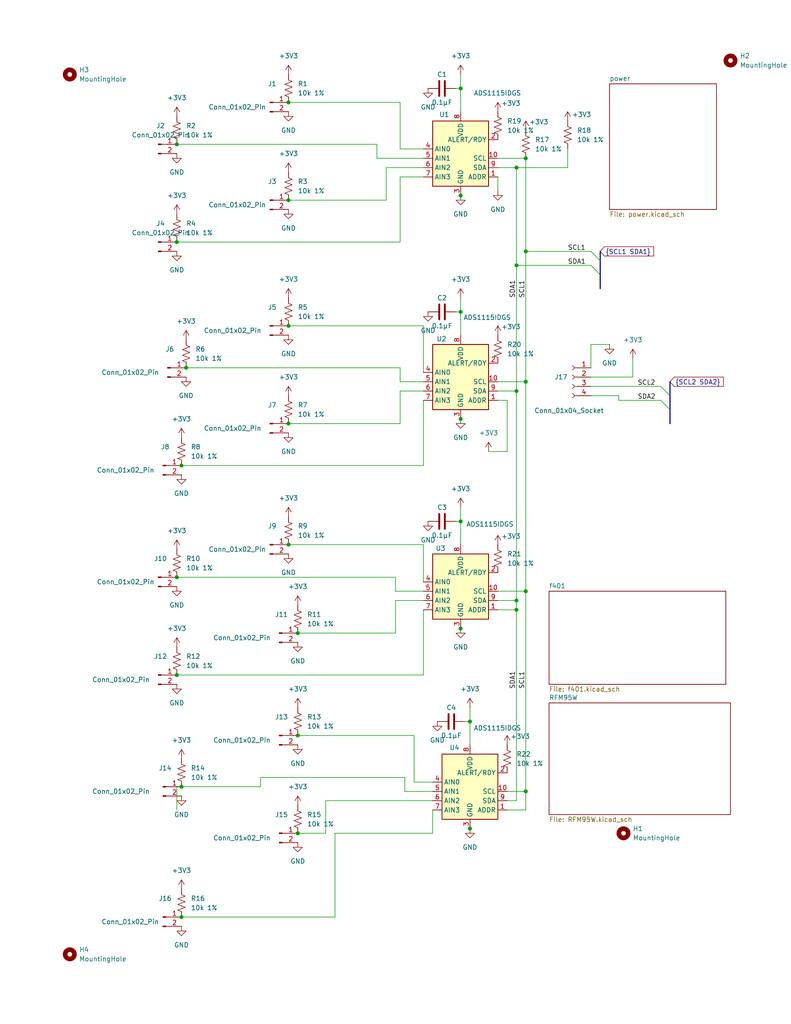
<source format=kicad_sch>
(kicad_sch (version 20231120) (generator "eeschema") (generator_version "8.0")
  (paper "A" portrait)
  (title_block (title "ADCs for 10K thermistors") (date "2025-01-07") (rev "v0.1.1"))
  (lib_symbols
    (symbol "ProjectLib:ADS1115IDGS"
      (property "Reference" "U" (at 2.54 13.97 0))
      (property "Value" "ADS1115IDGS" (at 7.62 11.43 0))
      (symbol "ADS1115IDGS_0_1"
        (rectangle (start -7.62 10.16) (end 7.62 -7.62) (stroke (width 0.254)) (fill (type background)))
      )
      (symbol "ADS1115IDGS_1_1"
        (pin input line (at 10.16 -5.08 180) (length 2.54) (name "ADDR") (number "1"))
        (pin input line (at 10.16 0 180) (length 2.54) (name "SCL") (number "10"))
        (pin output line (at 10.16 5.08 180) (length 2.54) (name "ALERT/RDY") (number "2"))
        (pin power_in line (at 0 -10.16 90) (length 2.54) (name "GND") (number "3"))
        (pin input line (at -10.16 2.54 0) (length 2.54) (name "AIN0") (number "4"))
        (pin input line (at -10.16 0 0) (length 2.54) (name "AIN1") (number "5"))
        (pin input line (at -10.16 -2.54 0) (length 2.54) (name "AIN2") (number "6"))
        (pin input line (at -10.16 -5.08 0) (length 2.54) (name "AIN3") (number "7"))
        (pin power_in line (at 0 12.7 270) (length 2.54) (name "VDD") (number "8"))
        (pin bidirectional line (at 10.16 -2.54 180) (length 2.54) (name "SDA") (number "9"))
      )
    )
    (symbol "ProjectLib:C" (pin_numbers hide) (pin_names (offset 0.254))
      (property "Reference" "C" (at 0.635 2.54 0))
      (property "Value" "C" (at 0.635 -2.54 0))
      (symbol "C_0_1"
        (polyline (pts (xy -2.032 -0.762) (xy 2.032 -0.762)) (stroke (width 0.508)))
        (polyline (pts (xy -2.032 0.762) (xy 2.032 0.762)) (stroke (width 0.508)))
      )
      (symbol "C_1_1"
        (pin passive line (at 0 3.81 270) (length 2.794) (name "~") (number "1"))
        (pin passive line (at 0 -3.81 90) (length 2.794) (name "~") (number "2"))
      )
    )
    (symbol "ProjectLib:Conn_01x02_Pin" (pin_names (offset 1.016) hide)
      (property "Reference" "J" (at 0 2.54 0))
      (property "Value" "Conn_01x02_Pin" (at 0 -5.08 0))
      (symbol "Conn_01x02_Pin_1_1"
        (polyline (pts (xy 1.27 -2.54) (xy 0.8636 -2.54)) (stroke (width 0.1524)))
        (polyline (pts (xy 1.27 0) (xy 0.8636 0)) (stroke (width 0.1524)))
        (rectangle (start 0.8636 -2.413) (end 0 -2.667) (stroke (width 0.1524)) (fill (type outline)))
        (rectangle (start 0.8636 0.127) (end 0 -0.127) (stroke (width 0.1524)) (fill (type outline)))
        (pin passive line (at 5.08 0 180) (length 3.81) (name "Pin_1") (number "1"))
        (pin passive line (at 5.08 -2.54 180) (length 3.81) (name "Pin_2") (number "2"))
      )
    )
    (symbol "ProjectLib:Conn_01x04_Socket" (pin_names (offset 1.016) hide)
      (property "Reference" "J" (at 0 5.08 0))
      (property "Value" "Conn_01x04_Socket" (at 0 -7.62 0))
      (symbol "Conn_01x04_Socket_1_1"
        (arc (start 0 -4.572) (mid -0.5058 -5.08) (end 0 -5.588) (stroke (width 0.1524)))
        (arc (start 0 -2.032) (mid -0.5058 -2.54) (end 0 -3.048) (stroke (width 0.1524)))
        (polyline (pts (xy -1.27 -5.08) (xy -0.508 -5.08)) (stroke (width 0.1524)))
        (polyline (pts (xy -1.27 -2.54) (xy -0.508 -2.54)) (stroke (width 0.1524)))
        (polyline (pts (xy -1.27 0) (xy -0.508 0)) (stroke (width 0.1524)))
        (polyline (pts (xy -1.27 2.54) (xy -0.508 2.54)) (stroke (width 0.1524)))
        (arc (start 0 0.508) (mid -0.5058 0) (end 0 -0.508) (stroke (width 0.1524)))
        (arc (start 0 3.048) (mid -0.5058 2.54) (end 0 2.032) (stroke (width 0.1524)))
        (pin passive line (at -5.08 2.54 0) (length 3.81) (name "Pin_1") (number "1"))
        (pin passive line (at -5.08 0 0) (length 3.81) (name "Pin_2") (number "2"))
        (pin passive line (at -5.08 -2.54 0) (length 3.81) (name "Pin_3") (number "3"))
        (pin passive line (at -5.08 -5.08 0) (length 3.81) (name "Pin_4") (number "4"))
      )
    )
    (symbol "ProjectLib:MountingHole" (pin_names (offset 1.016))
      (property "Reference" "H" (at 0 5.08 0))
      (property "Value" "MountingHole" (at 0 3.175 0))
      (symbol "MountingHole_0_1"
        (circle (center 0 0) (radius 1.27) (stroke (width 1.27)))
      )
    )
    (symbol "ProjectLib:R_US" (pin_numbers hide) (pin_names (offset 0))
      (property "Reference" "R" (at 2.54 0 90))
      (property "Value" "R_US" (at -2.54 0 90))
      (symbol "R_US_0_1"
        (polyline (pts (xy 0 -2.286) (xy 0 -2.54)))
        (polyline (pts (xy 0 2.286) (xy 0 2.54)))
        (polyline (pts (xy 0 -0.762) (xy 1.016 -1.143) (xy 0 -1.524) (xy -1.016 -1.905) (xy 0 -2.286)))
        (polyline (pts (xy 0 0.762) (xy 1.016 0.381) (xy 0 0) (xy -1.016 -0.381) (xy 0 -0.762)))
        (polyline (pts (xy 0 2.286) (xy 1.016 1.905) (xy 0 1.524) (xy -1.016 1.143) (xy 0 0.762)))
      )
      (symbol "R_US_1_1"
        (pin passive line (at 0 3.81 270) (length 1.27) (name "~") (number "1"))
        (pin passive line (at 0 -3.81 90) (length 1.27) (name "~") (number "2"))
      )
    )
    (symbol "power:+3V3" (power) (pin_numbers hide) (pin_names (offset 0) hide)
      (property "Value" "+3V3" (at 0 3.556 0))
      (symbol "+3V3_0_1"
        (polyline (pts (xy -0.762 1.27) (xy 0 2.54)))
        (polyline (pts (xy 0 0) (xy 0 2.54)))
        (polyline (pts (xy 0 2.54) (xy 0.762 1.27)))
      )
      (symbol "+3V3_1_1"
        (pin power_in line (at 0 0 90) (length 0) (name "~") (number "1"))
      )
    )
    (symbol "power:GND" (power) (pin_numbers hide) (pin_names (offset 0) hide)
      (property "Value" "GND" (at 0 -3.81 0))
      (symbol "GND_0_1"
        (polyline (pts (xy 0 0) (xy 0 -1.27) (xy 1.27 -1.27) (xy 0 -2.54) (xy -1.27 -1.27) (xy 0 -1.27)))
      )
      (symbol "GND_1_1"
        (pin power_in line (at 0 0 270) (length 0) (name "~") (number "1"))
      )
    )
  )
  (junction (at 50.8 100.33))
  (junction (at 143.51 215.9))
  (junction (at 49.53 127))
  (junction (at 81.28 200.66))
  (junction (at 78.74 88.9))
  (junction (at 140.97 166.37))
  (junction (at 140.97 45.72))
  (junction (at 128.27 196.85))
  (junction (at 48.26 66.04))
  (junction (at 125.73 171.45))
  (junction (at 125.73 142.24))
  (junction (at 143.51 104.14))
  (junction (at 125.73 114.3))
  (junction (at 140.97 163.83))
  (junction (at 125.73 24.13))
  (junction (at 81.28 172.72))
  (junction (at 128.27 226.06))
  (junction (at 78.74 115.57))
  (junction (at 143.51 43.18))
  (junction (at 143.51 161.29))
  (junction (at 78.74 54.61))
  (junction (at 78.74 148.59))
  (junction (at 49.53 214.63))
  (junction (at 125.73 53.34))
  (junction (at 81.28 227.33))
  (junction (at 48.26 184.15))
  (junction (at 125.73 85.09))
  (junction (at 143.51 68.58))
  (junction (at 49.53 250.19))
  (junction (at 140.97 72.39))
  (junction (at 78.74 27.94))
  (junction (at 48.26 157.48))
  (junction (at 48.26 39.37))
  (junction (at 140.97 106.68))
  (bus_entry (at 182.88 107.95) (size -2.54 -2.54))
  (bus_entry (at 163.83 71.12) (size -2.54 -2.54))
  (bus_entry (at 182.88 111.76) (size -2.54 -2.54))
  (bus_entry (at 163.83 74.93) (size -2.54 -2.54))
  (wire (pts (xy 140.97 72.39) (xy 140.97 106.68)))
  (wire (pts (xy 161.29 105.41) (xy 180.34 105.41)))
  (wire (pts (xy 91.44 227.33) (xy 118.11 227.33)))
  (wire (pts (xy 125.73 138.43) (xy 125.73 142.24)))
  (wire (pts (xy 102.87 43.18) (xy 115.57 43.18)))
  (wire (pts (xy 115.57 184.15) (xy 115.57 166.37)))
  (wire (pts (xy 71.12 214.63) (xy 71.12 212.09)))
  (wire (pts (xy 88.9 227.33) (xy 88.9 218.44)))
  (wire (pts (xy 125.73 24.13) (xy 124.46 24.13)))
  (wire (pts (xy 48.26 214.63) (xy 48.26 220.98)))
  (wire (pts (xy 140.97 163.83) (xy 135.89 163.83)))
  (wire (pts (xy 125.73 20.32) (xy 125.73 24.13)))
  (wire (pts (xy 125.73 24.13) (xy 125.73 30.48)))
  (wire (pts (xy 135.89 45.72) (xy 140.97 45.72)))
  (wire (pts (xy 48.26 184.15) (xy 115.57 184.15)))
  (wire (pts (xy 143.51 68.58) (xy 143.51 104.14)))
  (wire (pts (xy 140.97 166.37) (xy 140.97 218.44)))
  (wire (pts (xy 109.22 48.26) (xy 115.57 48.26)))
  (wire (pts (xy 125.73 115.57) (xy 125.73 114.3)))
  (wire (pts (xy 143.51 104.14) (xy 143.51 161.29)))
  (wire (pts (xy 48.26 39.37) (xy 102.87 39.37)))
  (wire (pts (xy 78.74 54.61) (xy 105.41 54.61)))
  (wire (pts (xy 125.73 172.72) (xy 125.73 171.45)))
  (wire (pts (xy 161.29 93.98) (xy 166.37 93.98)))
  (wire (pts (xy 78.74 115.57) (xy 109.22 115.57)))
  (wire (pts (xy 48.26 66.04) (xy 109.22 66.04)))
  (wire (pts (xy 102.87 43.18) (xy 102.87 39.37)))
  (wire (pts (xy 125.73 142.24) (xy 125.73 148.59)))
  (wire (pts (xy 135.89 109.22) (xy 138.43 109.22)))
  (wire (pts (xy 105.41 54.61) (xy 105.41 45.72)))
  (wire (pts (xy 49.53 250.19) (xy 91.44 250.19)))
  (wire (pts (xy 133.35 123.19) (xy 138.43 123.19)))
  (wire (pts (xy 48.26 214.63) (xy 49.53 214.63)))
  (wire (pts (xy 140.97 218.44) (xy 138.43 218.44)))
  (wire (pts (xy 143.51 215.9) (xy 143.51 220.98)))
  (wire (pts (xy 140.97 106.68) (xy 140.97 163.83)))
  (bus (pts (xy 182.88 104.14) (xy 182.88 107.95)))
  (wire (pts (xy 109.22 40.64) (xy 115.57 40.64)))
  (bus (pts (xy 163.83 68.58) (xy 163.83 71.12)))
  (wire (pts (xy 107.95 157.48) (xy 107.95 161.29)))
  (wire (pts (xy 143.51 161.29) (xy 135.89 161.29)))
  (wire (pts (xy 91.44 250.19) (xy 91.44 227.33)))
  (wire (pts (xy 143.51 68.58) (xy 161.29 68.58)))
  (wire (pts (xy 109.22 106.68) (xy 115.57 106.68)))
  (wire (pts (xy 143.51 43.18) (xy 143.51 68.58)))
  (wire (pts (xy 154.94 40.64) (xy 154.94 45.72)))
  (wire (pts (xy 140.97 72.39) (xy 161.29 72.39)))
  (wire (pts (xy 168.91 107.95) (xy 168.91 109.22)))
  (wire (pts (xy 71.12 212.09) (xy 110.49 212.09)))
  (wire (pts (xy 105.41 45.72) (xy 115.57 45.72)))
  (wire (pts (xy 118.11 213.36) (xy 113.03 213.36)))
  (wire (pts (xy 135.89 43.18) (xy 143.51 43.18)))
  (wire (pts (xy 140.97 106.68) (xy 135.89 106.68)))
  (wire (pts (xy 115.57 109.22) (xy 115.57 127)))
  (wire (pts (xy 81.28 200.66) (xy 113.03 200.66)))
  (bus (pts (xy 163.83 74.93) (xy 163.83 78.74)))
  (wire (pts (xy 168.91 109.22) (xy 180.34 109.22)))
  (wire (pts (xy 78.74 148.59) (xy 115.57 148.59)))
  (wire (pts (xy 135.89 166.37) (xy 140.97 166.37)))
  (wire (pts (xy 49.53 127) (xy 115.57 127)))
  (wire (pts (xy 125.73 85.09) (xy 124.46 85.09)))
  (wire (pts (xy 125.73 85.09) (xy 125.73 91.44)))
  (wire (pts (xy 128.27 193.04) (xy 128.27 196.85)))
  (wire (pts (xy 161.29 102.87) (xy 172.72 102.87)))
  (wire (pts (xy 161.29 107.95) (xy 168.91 107.95)))
  (wire (pts (xy 110.49 212.09) (xy 110.49 215.9)))
  (wire (pts (xy 125.73 81.28) (xy 125.73 85.09)))
  (wire (pts (xy 115.57 148.59) (xy 115.57 158.75)))
  (wire (pts (xy 113.03 213.36) (xy 113.03 200.66)))
  (wire (pts (xy 172.72 97.79) (xy 172.72 102.87)))
  (wire (pts (xy 88.9 218.44) (xy 118.11 218.44)))
  (wire (pts (xy 140.97 45.72) (xy 140.97 72.39)))
  (wire (pts (xy 109.22 100.33) (xy 109.22 104.14)))
  (wire (pts (xy 128.27 227.33) (xy 128.27 226.06)))
  (wire (pts (xy 109.22 27.94) (xy 109.22 40.64)))
  (wire (pts (xy 154.94 45.72) (xy 140.97 45.72)))
  (wire (pts (xy 107.95 163.83) (xy 115.57 163.83)))
  (wire (pts (xy 128.27 196.85) (xy 127 196.85)))
  (bus (pts (xy 163.83 71.12) (xy 163.83 74.93)))
  (wire (pts (xy 135.89 48.26) (xy 135.89 52.07)))
  (wire (pts (xy 109.22 104.14) (xy 115.57 104.14)))
  (wire (pts (xy 140.97 163.83) (xy 140.97 166.37)))
  (wire (pts (xy 49.53 214.63) (xy 71.12 214.63)))
  (wire (pts (xy 81.28 227.33) (xy 88.9 227.33)))
  (wire (pts (xy 107.95 172.72) (xy 107.95 163.83)))
  (wire (pts (xy 115.57 101.6) (xy 115.57 88.9)))
  (wire (pts (xy 78.74 27.94) (xy 109.22 27.94)))
  (wire (pts (xy 143.51 161.29) (xy 143.51 215.9)))
  (wire (pts (xy 109.22 66.04) (xy 109.22 48.26)))
  (wire (pts (xy 125.73 54.61) (xy 125.73 53.34)))
  (wire (pts (xy 138.43 109.22) (xy 138.43 123.19)))
  (wire (pts (xy 48.26 157.48) (xy 107.95 157.48)))
  (wire (pts (xy 118.11 227.33) (xy 118.11 220.98)))
  (wire (pts (xy 143.51 220.98) (xy 138.43 220.98)))
  (wire (pts (xy 128.27 196.85) (xy 128.27 203.2)))
  (wire (pts (xy 109.22 115.57) (xy 109.22 106.68)))
  (wire (pts (xy 81.28 172.72) (xy 107.95 172.72)))
  (wire (pts (xy 125.73 142.24) (xy 124.46 142.24)))
  (wire (pts (xy 50.8 100.33) (xy 109.22 100.33)))
  (bus (pts (xy 182.88 111.76) (xy 182.88 115.57)))
  (bus (pts (xy 182.88 107.95) (xy 182.88 111.76)))
  (wire (pts (xy 143.51 104.14) (xy 135.89 104.14)))
  (wire (pts (xy 78.74 88.9) (xy 115.57 88.9)))
  (wire (pts (xy 110.49 215.9) (xy 118.11 215.9)))
  (wire (pts (xy 138.43 215.9) (xy 143.51 215.9)))
  (wire (pts (xy 161.29 100.33) (xy 161.29 93.98)))
  (wire (pts (xy 107.95 161.29) (xy 115.57 161.29)))
  (label "SCL1" (at 143.51 187.96 90))
  (label "SCL2" (at 173.99 105.41 0))
  (label "SDA1" (at 140.97 187.96 90))
  (label "SDA2" (at 173.99 109.22 0))
  (label "SCL1" (at 154.94 68.58 0))
  (label "SDA1" (at 154.94 72.39 0))
  (label "SCL1" (at 143.51 81.28 90))
  (label "SDA1" (at 140.97 81.28 90))
  (global_label "{SCL1 SDA1}" (shape input) (at 163.83 68.58 0) (property "Intersheetrefs" "${INTERSHEET_REFS}" (effects (hide yes))))
  (global_label "{SCL2 SDA2}" (shape input) (at 182.88 104.14 0) (property "Intersheetrefs" "${INTERSHEET_REFS}" (effects (hide yes))))
  (symbol (lib_id "power:GND") (at 48.26 68.58 0) (unit 1)
    (property "Reference" "#PWR010" (effects (hide yes)))
    (property "Value" "GND" (at 48.26 73.66 0))
    (property "Description" "Power symbol creates a global label with name \"GND\" , ground" (effects (hide yes)))
  )
  (symbol (lib_id "ProjectLib:C") (at 120.65 85.09 270) (mirror x) (unit 1)
    (property "Reference" "C2" (at 120.65 81.28 90))
    (property "Value" "0.1µF" (at 120.65 88.9 90))
    (property "Footprint" "ProjectLib:C_0805_2012Metric" (effects (hide yes)))
    (property "Description" "Unpolarized capacitor" (effects (hide yes)))
    (property "MountType" "SMT" (effects (hide yes)))
  )
  (symbol (lib_id "ProjectLib:Conn_01x02_Pin") (at 76.2 227.33 0) (unit 1)
    (property "Reference" "J15" (at 76.835 222.25 0))
    (property "Value" "Conn_01x02_Pin" (at 66.04 228.6 0))
    (property "Footprint" "ProjectLib:JST_XH_B2B-XH-A_1x02_P2.50mm_Vertical" (effects (hide yes)))
    (property "Description" "Generic connector, single row, 01x02, script generated" (effects (hide yes)))
    (property "MountType" "PTH" (effects (hide yes)))
  )
  (symbol (lib_id "ProjectLib:ADS1115IDGS") (at 125.73 43.18 0) (unit 1)
    (property "Reference" "U1" (at 119.888 31.242 0) (effects (justify left)))
    (property "Value" "ADS1115IDGS" (at 129.286 25.4 0) (effects (justify left)))
    (property "Footprint" "ProjectLib::TSSOP-10_3x3mm_P0.5mm" (effects (hide yes)))
    (property "Datasheet" "http://www.ti.com/lit/ds/symlink/ads1113.pdf" (effects (hide yes)))
    (property "Description" "Ultra-Small, Low-Power, I2C-Compatible, 860-SPS, 16-Bit ADCs With Internal Reference, Oscillator, and Programmable Comparator, VSSOP-10" (effects (hide yes)))
    (property "MountType" "SMT" (effects (hide yes)))
    (property "Manufacturer" "TI" (effects (hide yes)))
    (property "MfgPart" "ADS1115IDGS" (effects (hide yes)))
  )
  (symbol (lib_id "power:+3V3") (at 125.73 138.43 0) (unit 1)
    (property "Reference" "#PWR046" (effects (hide yes)))
    (property "Value" "+3V3" (at 125.73 133.35 0))
    (property "Description" "Power symbol creates a global label with name \"+3V3\"" (effects (hide yes)))
  )
  (symbol (lib_id "ProjectLib:R_US") (at 135.89 95.25 0) (unit 1)
    (property "Reference" "R20" (at 138.43 93.9799 0) (effects (justify left)))
    (property "Value" "10k 1%" (at 138.43 96.5199 0) (effects (justify left)))
    (property "Footprint" "ProjectLib:R_0603_1608Metric" (effects (hide yes)))
    (property "Description" "Resistor, US symbol" (effects (hide yes)))
    (property "MountType" "SMT" (effects (hide yes)))
  )
  (symbol (lib_id "ProjectLib:Conn_01x02_Pin") (at 44.45 250.19 0) (unit 1)
    (property "Reference" "J16" (at 45.085 245.11 0))
    (property "Value" "Conn_01x02_Pin" (at 35.56 251.46 0))
    (property "Footprint" "ProjectLib:JST_XH_B2B-XH-A_1x02_P2.50mm_Vertical" (effects (hide yes)))
    (property "Description" "Generic connector, single row, 01x02, script generated" (effects (hide yes)))
    (property "MountType" "PTH" (effects (hide yes)))
  )
  (symbol (lib_id "power:+3V3") (at 135.89 148.59 0) (unit 1)
    (property "Reference" "#PWR056" (effects (hide yes)))
    (property "Value" "+3V3" (at 139.446 146.304 0))
    (property "Description" "Power symbol creates a global label with name \"+3V3\"" (effects (hide yes)))
  )
  (symbol (lib_id "power:GND") (at 81.28 229.87 0) (unit 1)
    (property "Reference" "#PWR036" (effects (hide yes)))
    (property "Value" "GND" (at 81.28 234.95 0))
    (property "Description" "Power symbol creates a global label with name \"GND\" , ground" (effects (hide yes)))
  )
  (symbol (lib_id "power:+3V3") (at 125.73 81.28 0) (unit 1)
    (property "Reference" "#PWR029" (effects (hide yes)))
    (property "Value" "+3V3" (at 125.73 76.2 0))
    (property "Description" "Power symbol creates a global label with name \"+3V3\"" (effects (hide yes)))
  )
  (symbol (lib_id "ProjectLib:Conn_01x02_Pin") (at 43.18 184.15 0) (unit 1)
    (property "Reference" "J12" (at 43.815 179.07 0))
    (property "Value" "Conn_01x02_Pin" (at 33.02 185.42 0))
    (property "Footprint" "ProjectLib:JST_XH_B2B-XH-A_1x02_P2.50mm_Vertical" (effects (hide yes)))
    (property "Description" "Generic connector, single row, 01x02, script generated" (effects (hide yes)))
    (property "MountType" "PTH" (effects (hide yes)))
  )
  (symbol (lib_id "ProjectLib:R_US") (at 143.51 39.37 0) (unit 1)
    (property "Reference" "R17" (at 146.05 38.0999 0) (effects (justify left)))
    (property "Value" "10k 1%" (at 146.05 40.6399 0) (effects (justify left)))
    (property "Footprint" "ProjectLib:R_0603_1608Metric" (effects (hide yes)))
    (property "Description" "Resistor, US symbol" (effects (hide yes)))
    (property "MountType" "SMT" (effects (hide yes)))
  )
  (symbol (lib_id "power:+3V3") (at 48.26 31.75 0) (unit 1)
    (property "Reference" "#PWR05" (effects (hide yes)))
    (property "Value" "+3V3" (at 48.26 26.67 0))
    (property "Description" "Power symbol creates a global label with name \"+3V3\"" (effects (hide yes)))
  )
  (symbol (lib_id "power:GND") (at 125.73 114.3 0) (unit 1)
    (property "Reference" "#PWR020" (effects (hide yes)))
    (property "Value" "GND" (at 125.73 119.38 0))
    (property "Description" "Power symbol creates a global label with name \"GND\" , ground" (effects (hide yes)))
  )
  (symbol (lib_id "ProjectLib:Conn_01x02_Pin") (at 76.2 172.72 0) (unit 1)
    (property "Reference" "J11" (at 76.835 167.64 0))
    (property "Value" "Conn_01x02_Pin" (at 66.04 173.99 0))
    (property "Footprint" "ProjectLib:JST_XH_B2B-XH-A_1x02_P2.50mm_Vertical" (effects (hide yes)))
    (property "Description" "Generic connector, single row, 01x02, script generated" (effects (hide yes)))
    (property "MountType" "PTH" (effects (hide yes)))
  )
  (symbol (lib_id "ProjectLib:R_US") (at 135.89 152.4 0) (unit 1)
    (property "Reference" "R21" (at 138.43 151.1299 0) (effects (justify left)))
    (property "Value" "10k 1%" (at 138.43 153.6699 0) (effects (justify left)))
    (property "Footprint" "ProjectLib:R_0603_1608Metric" (effects (hide yes)))
    (property "Description" "Resistor, US symbol" (effects (hide yes)))
    (property "MountType" "SMT" (effects (hide yes)))
  )
  (symbol (lib_id "power:+3V3") (at 49.53 119.38 0) (unit 1)
    (property "Reference" "#PWR017" (effects (hide yes)))
    (property "Value" "+3V3" (at 49.53 114.3 0))
    (property "Description" "Power symbol creates a global label with name \"+3V3\"" (effects (hide yes)))
  )
  (symbol (lib_id "ProjectLib:R_US") (at 81.28 196.85 0) (unit 1)
    (property "Reference" "R13" (at 83.82 195.58 0) (effects (justify left)))
    (property "Value" "10k 1%" (at 83.82 198.12 0) (effects (justify left)))
    (property "Footprint" "ProjectLib:R_0603_1608Metric" (effects (hide yes)))
    (property "Description" "Resistor, US symbol" (effects (hide yes)))
    (property "MountType" "SMT" (effects (hide yes)))
  )
  (symbol (lib_id "power:+3V3") (at 128.27 193.04 0) (unit 1)
    (property "Reference" "#PWR048" (effects (hide yes)))
    (property "Value" "+3V3" (at 128.27 187.96 0))
    (property "Description" "Power symbol creates a global label with name \"+3V3\"" (effects (hide yes)))
  )
  (symbol (lib_id "ProjectLib:Conn_01x02_Pin") (at 44.45 214.63 0) (unit 1)
    (property "Reference" "J14" (at 45.085 209.55 0))
    (property "Value" "Conn_01x02_Pin" (at 33.02 215.9 0))
    (property "Footprint" "ProjectLib:JST_XH_B2B-XH-A_1x02_P2.50mm_Vertical" (effects (hide yes)))
    (property "Description" "Generic connector, single row, 01x02, script generated" (effects (hide yes)))
    (property "MountType" "PTH" (effects (hide yes)))
  )
  (symbol (lib_id "power:+3V3") (at 48.26 58.42 0) (unit 1)
    (property "Reference" "#PWR09" (effects (hide yes)))
    (property "Value" "+3V3" (at 48.26 53.34 0))
    (property "Description" "Power symbol creates a global label with name \"+3V3\"" (effects (hide yes)))
  )
  (symbol (lib_id "ProjectLib:R_US") (at 48.26 153.67 0) (unit 1)
    (property "Reference" "R10" (at 50.8 152.4 0) (effects (justify left)))
    (property "Value" "10k 1%" (at 50.8 154.94 0) (effects (justify left)))
    (property "Footprint" "ProjectLib:R_0603_1608Metric" (effects (hide yes)))
    (property "Description" "Resistor, US symbol" (effects (hide yes)))
    (property "MountType" "SMT" (effects (hide yes)))
  )
  (symbol (lib_id "power:GND") (at 49.53 252.73 0) (unit 1)
    (property "Reference" "#PWR038" (effects (hide yes)))
    (property "Value" "GND" (at 49.53 257.81 0))
    (property "Description" "Power symbol creates a global label with name \"GND\" , ground" (effects (hide yes)))
  )
  (symbol (lib_id "power:+3V3") (at 78.74 107.95 0) (unit 1)
    (property "Reference" "#PWR015" (effects (hide yes)))
    (property "Value" "+3V3" (at 78.74 102.87 0))
    (property "Description" "Power symbol creates a global label with name \"+3V3\"" (effects (hide yes)))
  )
  (symbol (lib_id "ProjectLib:Conn_01x02_Pin") (at 44.45 127 0) (unit 1)
    (property "Reference" "J8" (at 45.085 121.92 0))
    (property "Value" "Conn_01x02_Pin" (at 34.29 128.27 0))
    (property "Footprint" "ProjectLib:JST_XH_B2B-XH-A_1x02_P2.50mm_Vertical" (effects (hide yes)))
    (property "Description" "Generic connector, single row, 01x02, script generated" (effects (hide yes)))
    (property "MountType" "PTH" (effects (hide yes)))
  )
  (symbol (lib_id "ProjectLib:Conn_01x02_Pin") (at 73.66 148.59 0) (unit 1)
    (property "Reference" "J9" (at 74.295 143.51 0))
    (property "Value" "Conn_01x02_Pin" (at 64.77 149.86 0))
    (property "Footprint" "ProjectLib:JST_XH_B2B-XH-A_1x02_P2.50mm_Vertical" (effects (hide yes)))
    (property "Description" "Generic connector, single row, 01x02, script generated" (effects (hide yes)))
    (property "MountType" "PTH" (effects (hide yes)))
  )
  (symbol (lib_id "power:+3V3") (at 143.51 35.56 0) (unit 1)
    (property "Reference" "#PWR052" (effects (hide yes)))
    (property "Value" "+3V3" (at 147.066 33.274 0))
    (property "Description" "Power symbol creates a global label with name \"+3V3\"" (effects (hide yes)))
  )
  (symbol (lib_id "power:+3V3") (at 81.28 219.71 0) (unit 1)
    (property "Reference" "#PWR035" (effects (hide yes)))
    (property "Value" "+3V3" (at 81.28 214.63 0))
    (property "Description" "Power symbol creates a global label with name \"+3V3\"" (effects (hide yes)))
  )
  (symbol (lib_id "ProjectLib:R_US") (at 78.74 50.8 0) (unit 1)
    (property "Reference" "R3" (at 81.28 49.53 0) (effects (justify left)))
    (property "Value" "10k 1%" (at 81.28 52.07 0) (effects (justify left)))
    (property "Footprint" "ProjectLib:R_0603_1608Metric" (effects (hide yes)))
    (property "Description" "Resistor, US symbol" (effects (hide yes)))
    (property "MountType" "SMT" (effects (hide yes)))
  )
  (symbol (lib_id "ProjectLib:R_US") (at 138.43 207.01 0) (unit 1)
    (property "Reference" "R22" (at 140.97 205.7399 0) (effects (justify left)))
    (property "Value" "10k 1%" (at 140.97 208.2799 0) (effects (justify left)))
    (property "Footprint" "ProjectLib:R_0603_1608Metric" (effects (hide yes)))
    (property "Description" "Resistor, US symbol" (effects (hide yes)))
    (property "MountType" "SMT" (effects (hide yes)))
  )
  (symbol (lib_id "power:GND") (at 78.74 57.15 0) (unit 1)
    (property "Reference" "#PWR08" (effects (hide yes)))
    (property "Value" "GND" (at 78.74 62.23 0))
    (property "Description" "Power symbol creates a global label with name \"GND\" , ground" (effects (hide yes)))
  )
  (symbol (lib_id "power:GND") (at 78.74 91.44 0) (unit 1)
    (property "Reference" "#PWR012" (effects (hide yes)))
    (property "Value" "GND" (at 78.74 96.52 0))
    (property "Description" "Power symbol creates a global label with name \"GND\" , ground" (effects (hide yes)))
  )
  (symbol (lib_id "ProjectLib:MountingHole") (at 19.05 20.32 0) (unit 1)
    (property "Reference" "H3" (at 21.59 19.05 0) (effects (justify left)))
    (property "Value" "MountingHole" (at 21.59 21.59 0) (effects (justify left)))
    (property "Footprint" "ProjectLib:MountingHole_2.2mm_M2_ISO7380_Pad" (effects (hide yes)))
    (property "Description" "Mounting Hole without connection" (effects (hide yes)))
  )
  (symbol (lib_id "ProjectLib:Conn_01x02_Pin") (at 43.18 39.37 0) (unit 1)
    (property "Reference" "J2" (at 43.815 34.29 0))
    (property "Value" "Conn_01x02_Pin" (at 43.815 36.83 0))
    (property "Footprint" "ProjectLib:JST_XH_B2B-XH-A_1x02_P2.50mm_Vertical" (effects (hide yes)))
    (property "Description" "Generic connector, single row, 01x02, script generated" (effects (hide yes)))
    (property "MountType" "PTH" (effects (hide yes)))
  )
  (symbol (lib_id "power:+3V3") (at 133.35 123.19 0) (unit 1)
    (property "Reference" "#PWR043" (effects (hide yes)))
    (property "Value" "+3V3" (at 133.35 118.11 0))
    (property "Description" "Power symbol creates a global label with name \"+3V3\"" (effects (hide yes)))
  )
  (symbol (lib_id "ProjectLib:R_US") (at 81.28 223.52 0) (unit 1)
    (property "Reference" "R15" (at 83.82 222.25 0) (effects (justify left)))
    (property "Value" "10k 1%" (at 83.82 224.79 0) (effects (justify left)))
    (property "Footprint" "ProjectLib:R_0603_1608Metric" (effects (hide yes)))
    (property "Description" "Resistor, US symbol" (effects (hide yes)))
    (property "MountType" "SMT" (effects (hide yes)))
  )
  (symbol (lib_id "ProjectLib:C") (at 120.65 24.13 270) (mirror x) (unit 1)
    (property "Reference" "C1" (at 120.65 20.32 90))
    (property "Value" "0.1µF" (at 120.65 27.94 90))
    (property "Footprint" "ProjectLib:C_0805_2012Metric" (effects (hide yes)))
    (property "Description" "Unpolarized capacitor" (effects (hide yes)))
    (property "MountType" "SMT" (effects (hide yes)))
  )
  (symbol (lib_id "ProjectLib:MountingHole") (at 19.05 260.35 0) (unit 1)
    (property "Reference" "H4" (at 21.59 259.08 0) (effects (justify left)))
    (property "Value" "MountingHole" (at 21.59 261.62 0) (effects (justify left)))
    (property "Footprint" "ProjectLib:MountingHole_2.2mm_M2_ISO7380_Pad" (effects (hide yes)))
    (property "Description" "Mounting Hole without connection" (effects (hide yes)))
  )
  (symbol (lib_id "power:+3V3") (at 78.74 140.97 0) (unit 1)
    (property "Reference" "#PWR021" (effects (hide yes)))
    (property "Value" "+3V3" (at 78.74 135.89 0))
    (property "Description" "Power symbol creates a global label with name \"+3V3\"" (effects (hide yes)))
  )
  (symbol (lib_id "ProjectLib:Conn_01x02_Pin") (at 43.18 157.48 0) (unit 1)
    (property "Reference" "J10" (at 43.815 152.4 0))
    (property "Value" "Conn_01x02_Pin" (at 34.29 158.75 0))
    (property "Footprint" "ProjectLib:JST_XH_B2B-XH-A_1x02_P2.50mm_Vertical" (effects (hide yes)))
    (property "Description" "Generic connector, single row, 01x02, script generated" (effects (hide yes)))
    (property "MountType" "PTH" (effects (hide yes)))
  )
  (symbol (lib_id "power:GND") (at 125.73 53.34 0) (unit 1)
    (property "Reference" "#PWR03" (effects (hide yes)))
    (property "Value" "GND" (at 125.73 58.42 0))
    (property "Description" "Power symbol creates a global label with name \"GND\" , ground" (effects (hide yes)))
  )
  (symbol (lib_id "ProjectLib:R_US") (at 78.74 111.76 0) (unit 1)
    (property "Reference" "R7" (at 81.28 110.49 0) (effects (justify left)))
    (property "Value" "10k 1%" (at 81.28 113.03 0) (effects (justify left)))
    (property "Footprint" "ProjectLib:R_0603_1608Metric" (effects (hide yes)))
    (property "Description" "Resistor, US symbol" (effects (hide yes)))
    (property "MountType" "SMT" (effects (hide yes)))
  )
  (symbol (lib_id "ProjectLib:R_US") (at 78.74 144.78 0) (unit 1)
    (property "Reference" "R9" (at 81.28 143.51 0) (effects (justify left)))
    (property "Value" "10k 1%" (at 81.28 146.05 0) (effects (justify left)))
    (property "Footprint" "ProjectLib:R_0603_1608Metric" (effects (hide yes)))
    (property "Description" "Resistor, US symbol" (effects (hide yes)))
    (property "MountType" "SMT" (effects (hide yes)))
  )
  (symbol (lib_id "power:+3V3") (at 78.74 20.32 0) (unit 1)
    (property "Reference" "#PWR01" (effects (hide yes)))
    (property "Value" "+3V3" (at 78.74 15.24 0))
    (property "Description" "Power symbol creates a global label with name \"+3V3\"" (effects (hide yes)))
  )
  (symbol (lib_id "ProjectLib:R_US") (at 135.89 34.29 0) (unit 1)
    (property "Reference" "R19" (at 138.43 33.0199 0) (effects (justify left)))
    (property "Value" "10k 1%" (at 138.43 35.5599 0) (effects (justify left)))
    (property "Footprint" "ProjectLib:R_0603_1608Metric" (effects (hide yes)))
    (property "Description" "Resistor, US symbol" (effects (hide yes)))
    (property "MountType" "SMT" (effects (hide yes)))
  )
  (symbol (lib_id "power:GND") (at 81.28 203.2 0) (unit 1)
    (property "Reference" "#PWR032" (effects (hide yes)))
    (property "Value" "GND" (at 81.28 208.28 0))
    (property "Description" "Power symbol creates a global label with name \"GND\" , ground" (effects (hide yes)))
  )
  (symbol (lib_id "ProjectLib:C") (at 123.19 196.85 270) (mirror x) (unit 1)
    (property "Reference" "C4" (at 123.19 193.04 90))
    (property "Value" "0.1µF" (at 123.19 200.66 90))
    (property "Footprint" "ProjectLib:C_0805_2012Metric" (effects (hide yes)))
    (property "Description" "Unpolarized capacitor" (effects (hide yes)))
    (property "MountType" "SMT" (effects (hide yes)))
  )
  (symbol (lib_id "power:+3V3") (at 135.89 91.44 0) (unit 1)
    (property "Reference" "#PWR055" (effects (hide yes)))
    (property "Value" "+3V3" (at 139.446 89.154 0))
    (property "Description" "Power symbol creates a global label with name \"+3V3\"" (effects (hide yes)))
  )
  (symbol (lib_id "power:+3V3") (at 172.72 97.79 0) (unit 1)
    (property "Reference" "#PWR049" (effects (hide yes)))
    (property "Value" "+3V3" (at 172.72 92.71 0))
    (property "Description" "Power symbol creates a global label with name \"+3V3\"" (effects (hide yes)))
  )
  (symbol (lib_id "power:GND") (at 49.53 217.17 0) (unit 1)
    (property "Reference" "#PWR034" (effects (hide yes)))
    (property "Value" "GND" (at 49.53 222.25 0))
    (property "Description" "Power symbol creates a global label with name \"GND\" , ground" (effects (hide yes)))
  )
  (symbol (lib_id "ProjectLib:R_US") (at 48.26 62.23 0) (unit 1)
    (property "Reference" "R4" (at 50.8 60.96 0) (effects (justify left)))
    (property "Value" "10k 1%" (at 50.8 63.5 0) (effects (justify left)))
    (property "Footprint" "ProjectLib:R_0603_1608Metric" (effects (hide yes)))
    (property "Description" "Resistor, US symbol" (effects (hide yes)))
    (property "MountType" "SMT" (effects (hide yes)))
  )
  (symbol (lib_id "power:+3V3") (at 49.53 207.01 0) (unit 1)
    (property "Reference" "#PWR033" (effects (hide yes)))
    (property "Value" "+3V3" (at 49.53 201.93 0))
    (property "Description" "Power symbol creates a global label with name \"+3V3\"" (effects (hide yes)))
  )
  (symbol (lib_id "power:GND") (at 50.8 102.87 0) (unit 1)
    (property "Reference" "#PWR014" (effects (hide yes)))
    (property "Value" "GND" (at 50.8 107.95 0))
    (property "Description" "Power symbol creates a global label with name \"GND\" , ground" (effects (hide yes)))
  )
  (symbol (lib_id "power:GND") (at 48.26 160.02 0) (unit 1)
    (property "Reference" "#PWR024" (effects (hide yes)))
    (property "Value" "GND" (at 48.26 165.1 0))
    (property "Description" "Power symbol creates a global label with name \"GND\" , ground" (effects (hide yes)))
  )
  (symbol (lib_id "power:+3V3") (at 125.73 20.32 0) (unit 1)
    (property "Reference" "#PWR04" (effects (hide yes)))
    (property "Value" "+3V3" (at 125.73 15.24 0))
    (property "Description" "Power symbol creates a global label with name \"+3V3\"" (effects (hide yes)))
  )
  (symbol (lib_id "ProjectLib:ADS1115IDGS") (at 128.27 215.9 0) (unit 1)
    (property "Reference" "U4" (at 122.682 203.962 0) (effects (justify left)))
    (property "Value" "ADS1115IDGS" (at 129.286 198.628 0) (effects (justify left)))
    (property "Footprint" "ProjectLib::TSSOP-10_3x3mm_P0.5mm" (effects (hide yes)))
    (property "Datasheet" "http://www.ti.com/lit/ds/symlink/ads1113.pdf" (effects (hide yes)))
    (property "Description" "Ultra-Small, Low-Power, I2C-Compatible, 860-SPS, 16-Bit ADCs With Internal Reference, Oscillator, and Programmable Comparator, VSSOP-10" (effects (hide yes)))
    (property "MountType" "SMT" (effects (hide yes)))
    (property "Manufacturer" "TI" (effects (hide yes)))
    (property "MfgPart" "ADS1115IDGS" (effects (hide yes)))
  )
  (symbol (lib_id "power:GND") (at 116.84 85.09 0) (mirror y) (unit 1)
    (property "Reference" "#PWR019" (effects (hide yes)))
    (property "Value" "GND" (at 116.84 90.17 0))
    (property "Description" "Power symbol creates a global label with name \"GND\" , ground" (effects (hide yes)))
  )
  (symbol (lib_id "ProjectLib:Conn_01x04_Socket") (at 156.21 102.87 0) (mirror y) (unit 1)
    (property "Reference" "J17" (at 154.94 102.8699 0) (effects (justify left)))
    (property "Value" "Conn_01x04_Socket" (at 164.846 112.014 0) (effects (justify left)))
    (property "Footprint" "ProjectLib:PinSocket_1x04_P2.54mm_Vertical" (effects (hide yes)))
    (property "Description" "Generic connector, single row, 01x04, script generated" (effects (hide yes)))
    (property "MountType" "PTH" (effects (hide yes)))
  )
  (symbol (lib_id "ProjectLib:MountingHole") (at 170.18 227.33 0) (unit 1)
    (property "Reference" "H1" (at 172.72 226.06 0) (effects (justify left)))
    (property "Value" "MountingHole" (at 172.72 228.6 0) (effects (justify left)))
    (property "Footprint" "ProjectLib:MountingHole_2.2mm_M2_ISO7380_Pad" (effects (hide yes)))
    (property "Description" "Mounting Hole without connection" (effects (hide yes)))
  )
  (symbol (lib_id "power:GND") (at 48.26 41.91 0) (unit 1)
    (property "Reference" "#PWR06" (effects (hide yes)))
    (property "Value" "GND" (at 48.26 46.99 0))
    (property "Description" "Power symbol creates a global label with name \"GND\" , ground" (effects (hide yes)))
  )
  (symbol (lib_id "power:GND") (at 48.26 186.69 0) (unit 1)
    (property "Reference" "#PWR028" (effects (hide yes)))
    (property "Value" "GND" (at 48.26 191.77 0))
    (property "Description" "Power symbol creates a global label with name \"GND\" , ground" (effects (hide yes)))
  )
  (symbol (lib_id "ProjectLib:MountingHole") (at 199.39 16.51 0) (unit 1)
    (property "Reference" "H2" (at 201.93 15.24 0) (effects (justify left)))
    (property "Value" "MountingHole" (at 201.93 17.78 0) (effects (justify left)))
    (property "Footprint" "ProjectLib:MountingHole_2.2mm_M2_ISO7380_Pad" (effects (hide yes)))
    (property "Description" "Mounting Hole without connection" (effects (hide yes)))
  )
  (symbol (lib_id "power:+3V3") (at 81.28 165.1 0) (unit 1)
    (property "Reference" "#PWR025" (effects (hide yes)))
    (property "Value" "+3V3" (at 81.28 160.02 0))
    (property "Description" "Power symbol creates a global label with name \"+3V3\"" (effects (hide yes)))
  )
  (symbol (lib_id "ProjectLib:Conn_01x02_Pin") (at 43.18 66.04 0) (unit 1)
    (property "Reference" "J4" (at 43.815 60.96 0))
    (property "Value" "Conn_01x02_Pin" (at 43.815 63.5 0))
    (property "Footprint" "ProjectLib:JST_XH_B2B-XH-A_1x02_P2.50mm_Vertical" (effects (hide yes)))
    (property "Description" "Generic connector, single row, 01x02, script generated" (effects (hide yes)))
    (property "MountType" "PTH" (effects (hide yes)))
  )
  (symbol (lib_id "ProjectLib:C") (at 120.65 142.24 270) (mirror x) (unit 1)
    (property "Reference" "C3" (at 120.65 138.43 90))
    (property "Value" "0.1µF" (at 120.65 146.05 90))
    (property "Footprint" "ProjectLib:C_0805_2012Metric" (effects (hide yes)))
    (property "Description" "Unpolarized capacitor" (effects (hide yes)))
    (property "MountType" "SMT" (effects (hide yes)))
  )
  (symbol (lib_id "power:+3V3") (at 78.74 81.28 0) (unit 1)
    (property "Reference" "#PWR011" (effects (hide yes)))
    (property "Value" "+3V3" (at 78.74 76.2 0))
    (property "Description" "Power symbol creates a global label with name \"+3V3\"" (effects (hide yes)))
  )
  (symbol (lib_id "power:+3V3") (at 135.89 30.48 0) (unit 1)
    (property "Reference" "#PWR054" (effects (hide yes)))
    (property "Value" "+3V3" (at 139.446 28.194 0))
    (property "Description" "Power symbol creates a global label with name \"+3V3\"" (effects (hide yes)))
  )
  (symbol (lib_id "power:GND") (at 81.28 175.26 0) (unit 1)
    (property "Reference" "#PWR026" (effects (hide yes)))
    (property "Value" "GND" (at 81.28 180.34 0))
    (property "Description" "Power symbol creates a global label with name \"GND\" , ground" (effects (hide yes)))
  )
  (symbol (lib_id "power:+3V3") (at 81.28 193.04 0) (unit 1)
    (property "Reference" "#PWR031" (effects (hide yes)))
    (property "Value" "+3V3" (at 81.28 187.96 0))
    (property "Description" "Power symbol creates a global label with name \"+3V3\"" (effects (hide yes)))
  )
  (symbol (lib_id "power:GND") (at 116.84 24.13 0) (mirror y) (unit 1)
    (property "Reference" "#PWR045" (effects (hide yes)))
    (property "Value" "GND" (at 116.84 29.21 0))
    (property "Description" "Power symbol creates a global label with name \"GND\" , ground" (effects (hide yes)))
  )
  (symbol (lib_id "power:GND") (at 78.74 30.48 0) (unit 1)
    (property "Reference" "#PWR02" (effects (hide yes)))
    (property "Value" "GND" (at 78.74 35.56 0))
    (property "Description" "Power symbol creates a global label with name \"GND\" , ground" (effects (hide yes)))
  )
  (symbol (lib_id "power:GND") (at 116.84 142.24 0) (mirror y) (unit 1)
    (property "Reference" "#PWR039" (effects (hide yes)))
    (property "Value" "GND" (at 116.84 147.32 0))
    (property "Description" "Power symbol creates a global label with name \"GND\" , ground" (effects (hide yes)))
  )
  (symbol (lib_id "power:+3V3") (at 50.8 92.71 0) (unit 1)
    (property "Reference" "#PWR013" (effects (hide yes)))
    (property "Value" "+3V3" (at 50.8 87.63 0))
    (property "Description" "Power symbol creates a global label with name \"+3V3\"" (effects (hide yes)))
  )
  (symbol (lib_id "power:GND") (at 78.74 118.11 0) (unit 1)
    (property "Reference" "#PWR016" (effects (hide yes)))
    (property "Value" "GND" (at 78.74 123.19 0))
    (property "Description" "Power symbol creates a global label with name \"GND\" , ground" (effects (hide yes)))
  )
  (symbol (lib_id "power:+3V3") (at 138.43 203.2 0) (unit 1)
    (property "Reference" "#PWR057" (effects (hide yes)))
    (property "Value" "+3V3" (at 141.986 200.914 0))
    (property "Description" "Power symbol creates a global label with name \"+3V3\"" (effects (hide yes)))
  )
  (symbol (lib_id "ProjectLib:ADS1115IDGS") (at 125.73 161.29 0) (unit 1)
    (property "Reference" "U3" (at 118.872 149.606 0) (effects (justify left)))
    (property "Value" "ADS1115IDGS" (at 127.254 143.002 0) (effects (justify left)))
    (property "Footprint" "ProjectLib::TSSOP-10_3x3mm_P0.5mm" (effects (hide yes)))
    (property "Datasheet" "http://www.ti.com/lit/ds/symlink/ads1113.pdf" (effects (hide yes)))
    (property "Description" "Ultra-Small, Low-Power, I2C-Compatible, 860-SPS, 16-Bit ADCs With Internal Reference, Oscillator, and Programmable Comparator, VSSOP-10" (effects (hide yes)))
    (property "MountType" "SMT" (effects (hide yes)))
    (property "Manufacturer" "TI" (effects (hide yes)))
    (property "MfgPart" "ADS1115IDGS" (effects (hide yes)))
  )
  (symbol (lib_id "power:GND") (at 128.27 226.06 0) (unit 1)
    (property "Reference" "#PWR040" (effects (hide yes)))
    (property "Value" "GND" (at 128.27 231.14 0))
    (property "Description" "Power symbol creates a global label with name \"GND\" , ground" (effects (hide yes)))
  )
  (symbol (lib_id "power:GND") (at 125.73 171.45 0) (unit 1)
    (property "Reference" "#PWR030" (effects (hide yes)))
    (property "Value" "GND" (at 125.73 176.53 0))
    (property "Description" "Power symbol creates a global label with name \"GND\" , ground" (effects (hide yes)))
  )
  (symbol (lib_id "power:GND") (at 119.38 196.85 0) (mirror y) (unit 1)
    (property "Reference" "#PWR047" (effects (hide yes)))
    (property "Value" "GND" (at 119.38 201.93 0))
    (property "Description" "Power symbol creates a global label with name \"GND\" , ground" (effects (hide yes)))
  )
  (symbol (lib_id "power:GND") (at 49.53 129.54 0) (unit 1)
    (property "Reference" "#PWR018" (effects (hide yes)))
    (property "Value" "GND" (at 49.53 134.62 0))
    (property "Description" "Power symbol creates a global label with name \"GND\" , ground" (effects (hide yes)))
  )
  (symbol (lib_id "power:GND") (at 78.74 151.13 0) (unit 1)
    (property "Reference" "#PWR022" (effects (hide yes)))
    (property "Value" "GND" (at 78.74 156.21 0))
    (property "Description" "Power symbol creates a global label with name \"GND\" , ground" (effects (hide yes)))
  )
  (symbol (lib_id "ProjectLib:R_US") (at 48.26 35.56 0) (unit 1)
    (property "Reference" "R2" (at 50.8 34.29 0) (effects (justify left)))
    (property "Value" "10k 1%" (at 50.8 36.83 0) (effects (justify left)))
    (property "Footprint" "ProjectLib:R_0603_1608Metric" (effects (hide yes)))
    (property "Description" "Resistor, US symbol" (effects (hide yes)))
    (property "MountType" "SMT" (effects (hide yes)))
  )
  (symbol (lib_id "power:GND") (at 135.89 52.07 0) (unit 1)
    (property "Reference" "#PWR044" (effects (hide yes)))
    (property "Value" "GND" (at 135.89 57.15 0))
    (property "Description" "Power symbol creates a global label with name \"GND\" , ground" (effects (hide yes)))
  )
  (symbol (lib_id "ProjectLib:Conn_01x02_Pin") (at 73.66 27.94 0) (unit 1)
    (property "Reference" "J1" (at 74.295 22.86 0))
    (property "Value" "Conn_01x02_Pin" (at 64.77 29.21 0))
    (property "Footprint" "ProjectLib:JST_XH_B2B-XH-A_1x02_P2.50mm_Vertical" (effects (hide yes)))
    (property "Description" "Generic connector, single row, 01x02, script generated" (effects (hide yes)))
    (property "MountType" "PTH" (effects (hide yes)))
  )
  (symbol (lib_id "ProjectLib:R_US") (at 78.74 24.13 0) (unit 1)
    (property "Reference" "R1" (at 81.28 22.86 0) (effects (justify left)))
    (property "Value" "10k 1%" (at 81.28 25.4 0) (effects (justify left)))
    (property "Footprint" "ProjectLib:R_0603_1608Metric" (effects (hide yes)))
    (property "Description" "Resistor, US symbol" (effects (hide yes)))
    (property "MountType" "SMT" (effects (hide yes)))
  )
  (symbol (lib_id "power:GND") (at 166.37 93.98 0) (unit 1)
    (property "Reference" "#PWR073" (effects (hide yes)))
    (property "Value" "GND" (at 166.37 99.06 0))
    (property "Description" "Power symbol creates a global label with name \"GND\" , ground" (effects (hide yes)))
  )
  (symbol (lib_id "power:+3V3") (at 48.26 176.53 0) (unit 1)
    (property "Reference" "#PWR027" (effects (hide yes)))
    (property "Value" "+3V3" (at 48.26 171.45 0))
    (property "Description" "Power symbol creates a global label with name \"+3V3\"" (effects (hide yes)))
  )
  (symbol (lib_id "ProjectLib:R_US") (at 49.53 123.19 0) (unit 1)
    (property "Reference" "R8" (at 52.07 121.92 0) (effects (justify left)))
    (property "Value" "10k 1%" (at 52.07 124.46 0) (effects (justify left)))
    (property "Footprint" "ProjectLib:R_0603_1608Metric" (effects (hide yes)))
    (property "Description" "Resistor, US symbol" (effects (hide yes)))
    (property "MountType" "SMT" (effects (hide yes)))
  )
  (symbol (lib_id "ProjectLib:R_US") (at 49.53 210.82 0) (unit 1)
    (property "Reference" "R14" (at 52.07 209.55 0) (effects (justify left)))
    (property "Value" "10k 1%" (at 52.07 212.09 0) (effects (justify left)))
    (property "Footprint" "ProjectLib:R_0603_1608Metric" (effects (hide yes)))
    (property "Description" "Resistor, US symbol" (effects (hide yes)))
    (property "MountType" "SMT" (effects (hide yes)))
  )
  (symbol (lib_id "ProjectLib:Conn_01x02_Pin") (at 76.2 200.66 0) (unit 1)
    (property "Reference" "J13" (at 76.835 195.58 0))
    (property "Value" "Conn_01x02_Pin" (at 66.04 201.93 0))
    (property "Footprint" "ProjectLib:JST_XH_B2B-XH-A_1x02_P2.50mm_Vertical" (effects (hide yes)))
    (property "Description" "Generic connector, single row, 01x02, script generated" (effects (hide yes)))
    (property "MountType" "PTH" (effects (hide yes)))
  )
  (symbol (lib_id "power:+3V3") (at 48.26 149.86 0) (unit 1)
    (property "Reference" "#PWR023" (effects (hide yes)))
    (property "Value" "+3V3" (at 48.26 144.78 0))
    (property "Description" "Power symbol creates a global label with name \"+3V3\"" (effects (hide yes)))
  )
  (symbol (lib_id "ProjectLib:R_US") (at 49.53 246.38 0) (unit 1)
    (property "Reference" "R16" (at 52.07 245.11 0) (effects (justify left)))
    (property "Value" "10k 1%" (at 52.07 247.65 0) (effects (justify left)))
    (property "Footprint" "ProjectLib:R_0603_1608Metric" (effects (hide yes)))
    (property "Description" "Resistor, US symbol" (effects (hide yes)))
    (property "MountType" "SMT" (effects (hide yes)))
  )
  (symbol (lib_id "power:+3V3") (at 78.74 46.99 0) (unit 1)
    (property "Reference" "#PWR07" (effects (hide yes)))
    (property "Value" "+3V3" (at 78.74 41.91 0))
    (property "Description" "Power symbol creates a global label with name \"+3V3\"" (effects (hide yes)))
  )
  (symbol (lib_id "ProjectLib:R_US") (at 50.8 96.52 0) (unit 1)
    (property "Reference" "R6" (at 53.34 95.25 0) (effects (justify left)))
    (property "Value" "10k 1%" (at 53.34 97.79 0) (effects (justify left)))
    (property "Footprint" "ProjectLib:R_0603_1608Metric" (effects (hide yes)))
    (property "Description" "Resistor, US symbol" (effects (hide yes)))
    (property "MountType" "SMT" (effects (hide yes)))
  )
  (symbol (lib_id "ProjectLib:R_US") (at 48.26 180.34 0) (unit 1)
    (property "Reference" "R12" (at 50.8 179.07 0) (effects (justify left)))
    (property "Value" "10k 1%" (at 50.8 181.61 0) (effects (justify left)))
    (property "Footprint" "ProjectLib:R_0603_1608Metric" (effects (hide yes)))
    (property "Description" "Resistor, US symbol" (effects (hide yes)))
    (property "MountType" "SMT" (effects (hide yes)))
  )
  (symbol (lib_id "ProjectLib:Conn_01x02_Pin") (at 73.66 54.61 0) (unit 1)
    (property "Reference" "J3" (at 74.295 49.53 0))
    (property "Value" "Conn_01x02_Pin" (at 64.77 55.88 0))
    (property "Footprint" "ProjectLib:JST_XH_B2B-XH-A_1x02_P2.50mm_Vertical" (effects (hide yes)))
    (property "Description" "Generic connector, single row, 01x02, script generated" (effects (hide yes)))
    (property "MountType" "PTH" (effects (hide yes)))
  )
  (symbol (lib_id "power:+3V3") (at 154.94 33.02 0) (unit 1)
    (property "Reference" "#PWR053" (effects (hide yes)))
    (property "Value" "+3V3" (at 158.75 31.242 0))
    (property "Description" "Power symbol creates a global label with name \"+3V3\"" (effects (hide yes)))
  )
  (symbol (lib_id "ProjectLib:R_US") (at 81.28 168.91 0) (unit 1)
    (property "Reference" "R11" (at 83.82 167.64 0) (effects (justify left)))
    (property "Value" "10k 1%" (at 83.82 170.18 0) (effects (justify left)))
    (property "Footprint" "ProjectLib:R_0603_1608Metric" (effects (hide yes)))
    (property "Description" "Resistor, US symbol" (effects (hide yes)))
    (property "MountType" "SMT" (effects (hide yes)))
  )
  (symbol (lib_id "ProjectLib:Conn_01x02_Pin") (at 73.66 88.9 0) (unit 1)
    (property "Reference" "J5" (at 74.295 83.82 0))
    (property "Value" "Conn_01x02_Pin" (at 63.5 90.17 0))
    (property "Footprint" "ProjectLib:JST_XH_B2B-XH-A_1x02_P2.50mm_Vertical" (effects (hide yes)))
    (property "Description" "Generic connector, single row, 01x02, script generated" (effects (hide yes)))
    (property "MountType" "PTH" (effects (hide yes)))
  )
  (symbol (lib_id "ProjectLib:Conn_01x02_Pin") (at 73.66 115.57 0) (unit 1)
    (property "Reference" "J7" (at 74.295 110.49 0))
    (property "Value" "Conn_01x02_Pin" (at 63.5 116.84 0))
    (property "Footprint" "ProjectLib:JST_XH_B2B-XH-A_1x02_P2.50mm_Vertical" (effects (hide yes)))
    (property "Description" "Generic connector, single row, 01x02, script generated" (effects (hide yes)))
    (property "MountType" "PTH" (effects (hide yes)))
  )
  (symbol (lib_id "power:+3V3") (at 49.53 242.57 0) (unit 1)
    (property "Reference" "#PWR037" (effects (hide yes)))
    (property "Value" "+3V3" (at 49.53 237.49 0))
    (property "Description" "Power symbol creates a global label with name \"+3V3\"" (effects (hide yes)))
  )
  (symbol (lib_id "ProjectLib:R_US") (at 78.74 85.09 0) (unit 1)
    (property "Reference" "R5" (at 81.28 83.82 0) (effects (justify left)))
    (property "Value" "10k 1%" (at 81.28 86.36 0) (effects (justify left)))
    (property "Footprint" "ProjectLib:R_0603_1608Metric" (effects (hide yes)))
    (property "Description" "Resistor, US symbol" (effects (hide yes)))
    (property "MountType" "SMT" (effects (hide yes)))
  )
  (symbol (lib_id "ProjectLib:R_US") (at 154.94 36.83 0) (unit 1)
    (property "Reference" "R18" (at 157.48 35.5599 0) (effects (justify left)))
    (property "Value" "10k 1%" (at 157.48 38.0999 0) (effects (justify left)))
    (property "Footprint" "ProjectLib:R_0603_1608Metric" (effects (hide yes)))
    (property "Description" "Resistor, US symbol" (effects (hide yes)))
    (property "MountType" "SMT" (effects (hide yes)))
  )
  (symbol (lib_id "ProjectLib:Conn_01x02_Pin") (at 45.72 100.33 0) (unit 1)
    (property "Reference" "J6" (at 46.355 95.25 0))
    (property "Value" "Conn_01x02_Pin" (at 35.56 101.6 0))
    (property "Footprint" "ProjectLib:JST_XH_B2B-XH-A_1x02_P2.50mm_Vertical" (effects (hide yes)))
    (property "Description" "Generic connector, single row, 01x02, script generated" (effects (hide yes)))
    (property "MountType" "PTH" (effects (hide yes)))
  )
  (symbol (lib_id "ProjectLib:ADS1115IDGS") (at 125.73 104.14 0) (unit 1)
    (property "Reference" "U2" (at 119.126 92.456 0) (effects (justify left)))
    (property "Value" "ADS1115IDGS" (at 126.492 86.614 0) (effects (justify left)))
    (property "Footprint" "ProjectLib::TSSOP-10_3x3mm_P0.5mm" (effects (hide yes)))
    (property "Datasheet" "http://www.ti.com/lit/ds/symlink/ads1113.pdf" (effects (hide yes)))
    (property "Description" "Ultra-Small, Low-Power, I2C-Compatible, 860-SPS, 16-Bit ADCs With Internal Reference, Oscillator, and Programmable Comparator, VSSOP-10" (effects (hide yes)))
    (property "MountType" "SMT" (effects (hide yes)))
    (property "Manufacturer" "TI" (effects (hide yes)))
    (property "MfgPart" "ADS1115IDGS" (effects (hide yes)))
  )
  (sheet (at 149.86 161.29) (size 48.26 25.4) (stroke (width 0.1524))
    (property "Sheetname" "f401" (at 149.86 160.5784 0) (effects (justify left bottom)))
    (property "Sheetfile" "f401.kicad_sch" (at 149.86 187.2746 0) (effects (justify left top)))
  )
  (sheet (at 149.86 191.77) (size 49.53 30.48) (stroke (width 0.1524))
    (property "Sheetname" "RFM95W" (at 149.86 191.0584 0) (effects (justify left bottom)))
    (property "Sheetfile" "RFM95W.kicad_sch" (at 149.86 222.8346 0) (effects (justify left top)))
  )
  (sheet (at 166.37 22.86) (size 29.21 34.29) (stroke (width 0.1524))
    (property "Sheetname" "power" (at 166.37 22.1484 0) (effects (justify left bottom)))
    (property "Sheetfile" "power.kicad_sch" (at 166.37 57.7346 0) (effects (justify left top)))
  )
)
</source>
